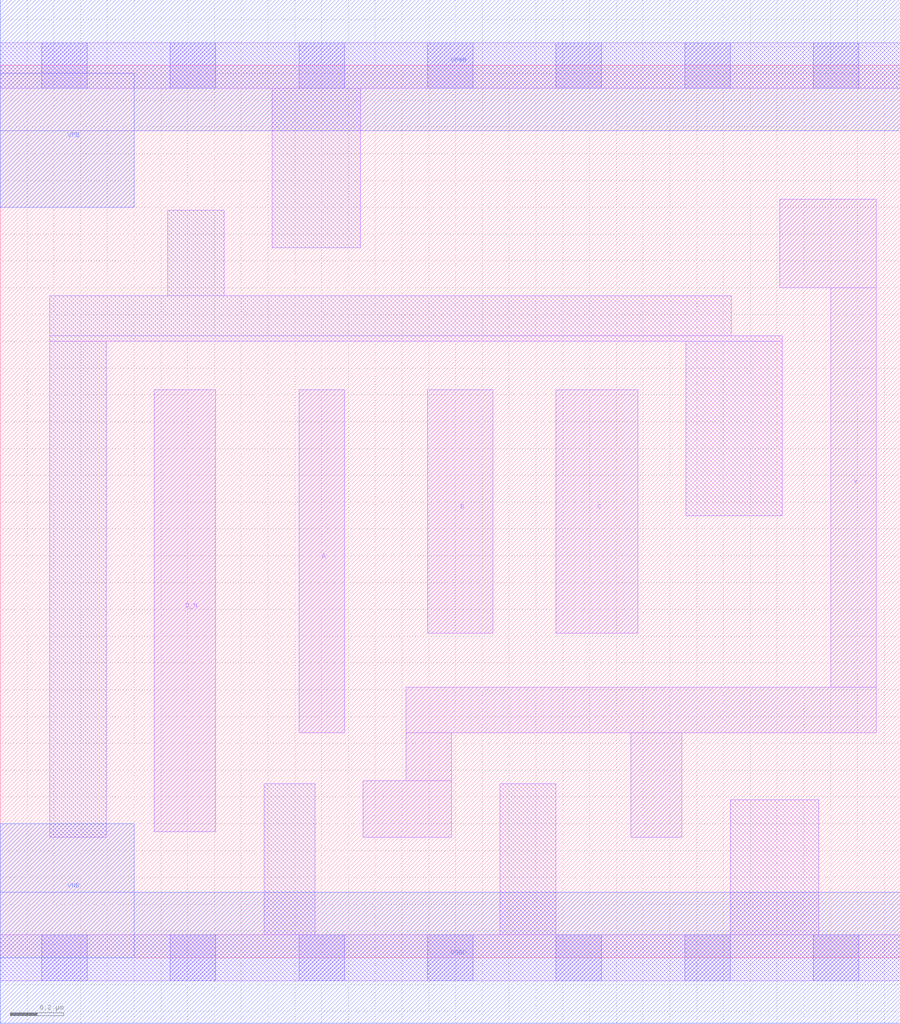
<source format=lef>
# Copyright 2020 The SkyWater PDK Authors
#
# Licensed under the Apache License, Version 2.0 (the "License");
# you may not use this file except in compliance with the License.
# You may obtain a copy of the License at
#
#     https://www.apache.org/licenses/LICENSE-2.0
#
# Unless required by applicable law or agreed to in writing, software
# distributed under the License is distributed on an "AS IS" BASIS,
# WITHOUT WARRANTIES OR CONDITIONS OF ANY KIND, either express or implied.
# See the License for the specific language governing permissions and
# limitations under the License.
#
# SPDX-License-Identifier: Apache-2.0

VERSION 5.5 ;
NAMESCASESENSITIVE ON ;
BUSBITCHARS "[]" ;
DIVIDERCHAR "/" ;
MACRO sky130_fd_sc_lp__nor4b_m
  CLASS CORE ;
  SOURCE USER ;
  ORIGIN  0.000000  0.000000 ;
  SIZE  3.360000 BY  3.330000 ;
  SYMMETRY X Y R90 ;
  SITE unit ;
  PIN A
    ANTENNAGATEAREA  0.126000 ;
    DIRECTION INPUT ;
    USE SIGNAL ;
    PORT
      LAYER li1 ;
        RECT 1.115000 0.840000 1.285000 2.120000 ;
    END
  END A
  PIN B
    ANTENNAGATEAREA  0.126000 ;
    DIRECTION INPUT ;
    USE SIGNAL ;
    PORT
      LAYER li1 ;
        RECT 1.595000 1.210000 1.840000 2.120000 ;
    END
  END B
  PIN C
    ANTENNAGATEAREA  0.126000 ;
    DIRECTION INPUT ;
    USE SIGNAL ;
    PORT
      LAYER li1 ;
        RECT 2.075000 1.210000 2.380000 2.120000 ;
    END
  END C
  PIN D_N
    ANTENNAGATEAREA  0.126000 ;
    DIRECTION INPUT ;
    USE SIGNAL ;
    PORT
      LAYER li1 ;
        RECT 0.575000 0.470000 0.805000 2.120000 ;
    END
  END D_N
  PIN Y
    ANTENNADIFFAREA  0.436800 ;
    DIRECTION OUTPUT ;
    USE SIGNAL ;
    PORT
      LAYER li1 ;
        RECT 1.355000 0.450000 1.685000 0.660000 ;
        RECT 1.515000 0.660000 1.685000 0.840000 ;
        RECT 1.515000 0.840000 3.270000 1.010000 ;
        RECT 2.355000 0.450000 2.545000 0.840000 ;
        RECT 2.910000 2.500000 3.270000 2.830000 ;
        RECT 3.100000 1.010000 3.270000 2.500000 ;
    END
  END Y
  PIN VGND
    DIRECTION INOUT ;
    USE GROUND ;
    PORT
      LAYER met1 ;
        RECT 0.000000 -0.245000 3.360000 0.245000 ;
    END
  END VGND
  PIN VNB
    DIRECTION INOUT ;
    USE GROUND ;
    PORT
    END
  END VNB
  PIN VPB
    DIRECTION INOUT ;
    USE POWER ;
    PORT
    END
  END VPB
  PIN VNB
    DIRECTION INOUT ;
    USE GROUND ;
    PORT
      LAYER met1 ;
        RECT 0.000000 0.000000 0.500000 0.500000 ;
    END
  END VNB
  PIN VPB
    DIRECTION INOUT ;
    USE POWER ;
    PORT
      LAYER met1 ;
        RECT 0.000000 2.800000 0.500000 3.300000 ;
    END
  END VPB
  PIN VPWR
    DIRECTION INOUT ;
    USE POWER ;
    PORT
      LAYER met1 ;
        RECT 0.000000 3.085000 3.360000 3.575000 ;
    END
  END VPWR
  OBS
    LAYER li1 ;
      RECT 0.000000 -0.085000 3.360000 0.085000 ;
      RECT 0.000000  3.245000 3.360000 3.415000 ;
      RECT 0.185000  0.450000 0.395000 2.300000 ;
      RECT 0.185000  2.300000 2.920000 2.320000 ;
      RECT 0.185000  2.320000 2.730000 2.470000 ;
      RECT 0.625000  2.470000 0.835000 2.790000 ;
      RECT 0.985000  0.085000 1.175000 0.650000 ;
      RECT 1.015000  2.650000 1.345000 3.245000 ;
      RECT 1.865000  0.085000 2.075000 0.650000 ;
      RECT 2.560000  1.650000 2.920000 2.300000 ;
      RECT 2.725000  0.085000 3.055000 0.590000 ;
    LAYER mcon ;
      RECT 0.155000 -0.085000 0.325000 0.085000 ;
      RECT 0.155000  3.245000 0.325000 3.415000 ;
      RECT 0.635000 -0.085000 0.805000 0.085000 ;
      RECT 0.635000  3.245000 0.805000 3.415000 ;
      RECT 1.115000 -0.085000 1.285000 0.085000 ;
      RECT 1.115000  3.245000 1.285000 3.415000 ;
      RECT 1.595000 -0.085000 1.765000 0.085000 ;
      RECT 1.595000  3.245000 1.765000 3.415000 ;
      RECT 2.075000 -0.085000 2.245000 0.085000 ;
      RECT 2.075000  3.245000 2.245000 3.415000 ;
      RECT 2.555000 -0.085000 2.725000 0.085000 ;
      RECT 2.555000  3.245000 2.725000 3.415000 ;
      RECT 3.035000 -0.085000 3.205000 0.085000 ;
      RECT 3.035000  3.245000 3.205000 3.415000 ;
  END
END sky130_fd_sc_lp__nor4b_m
END LIBRARY

</source>
